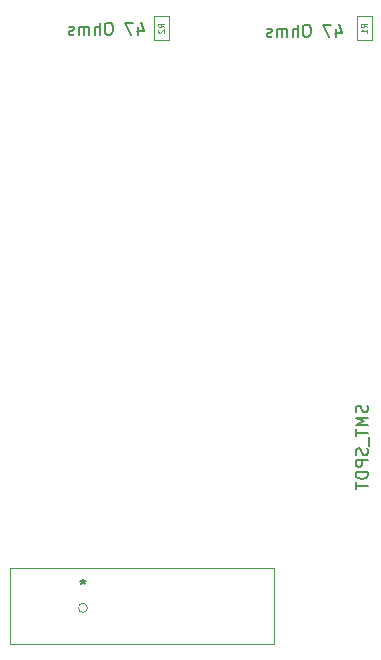
<source format=gbr>
%TF.GenerationSoftware,KiCad,Pcbnew,(5.1.9-0-10_14)*%
%TF.CreationDate,2021-10-18T11:04:09-07:00*%
%TF.ProjectId,ghost_pcb_2a,67686f73-745f-4706-9362-5f32612e6b69,rev?*%
%TF.SameCoordinates,Original*%
%TF.FileFunction,Other,Fab,Bot*%
%FSLAX46Y46*%
G04 Gerber Fmt 4.6, Leading zero omitted, Abs format (unit mm)*
G04 Created by KiCad (PCBNEW (5.1.9-0-10_14)) date 2021-10-18 11:04:09*
%MOMM*%
%LPD*%
G01*
G04 APERTURE LIST*
%ADD10C,0.100000*%
%ADD11C,0.150000*%
%ADD12C,0.080000*%
G04 APERTURE END LIST*
D10*
%TO.C,R2*%
X136865200Y-77636500D02*
X136865200Y-79636500D01*
X138115200Y-77636500D02*
X136865200Y-77636500D01*
X138115200Y-79636500D02*
X138115200Y-77636500D01*
X136865200Y-79636500D02*
X138115200Y-79636500D01*
%TO.C,R1*%
X154061000Y-77661900D02*
X154061000Y-79661900D01*
X155311000Y-77661900D02*
X154061000Y-77661900D01*
X155311000Y-79661900D02*
X155311000Y-77661900D01*
X154061000Y-79661900D02*
X155311000Y-79661900D01*
%TO.C,BAT1*%
X124659400Y-124366147D02*
X147062200Y-124366147D01*
X147062200Y-124366147D02*
X147062200Y-130766947D01*
X147062200Y-130766947D02*
X124659400Y-130766947D01*
X124659400Y-130766947D02*
X124659400Y-124366147D01*
X131241800Y-127736600D02*
G75*
G03*
X131241800Y-127736600I-381000J0D01*
G01*
%TD*%
%TO.C,SW1*%
D11*
X154920961Y-110620609D02*
X154968580Y-110763466D01*
X154968580Y-111001561D01*
X154920961Y-111096800D01*
X154873342Y-111144419D01*
X154778104Y-111192038D01*
X154682866Y-111192038D01*
X154587628Y-111144419D01*
X154540009Y-111096800D01*
X154492390Y-111001561D01*
X154444771Y-110811085D01*
X154397152Y-110715847D01*
X154349533Y-110668228D01*
X154254295Y-110620609D01*
X154159057Y-110620609D01*
X154063819Y-110668228D01*
X154016200Y-110715847D01*
X153968580Y-110811085D01*
X153968580Y-111049180D01*
X154016200Y-111192038D01*
X154968580Y-111620609D02*
X153968580Y-111620609D01*
X154682866Y-111953942D01*
X153968580Y-112287276D01*
X154968580Y-112287276D01*
X153968580Y-112620609D02*
X153968580Y-113192038D01*
X154968580Y-112906323D02*
X153968580Y-112906323D01*
X155063819Y-113287276D02*
X155063819Y-114049180D01*
X154920961Y-114239657D02*
X154968580Y-114382514D01*
X154968580Y-114620609D01*
X154920961Y-114715847D01*
X154873342Y-114763466D01*
X154778104Y-114811085D01*
X154682866Y-114811085D01*
X154587628Y-114763466D01*
X154540009Y-114715847D01*
X154492390Y-114620609D01*
X154444771Y-114430133D01*
X154397152Y-114334895D01*
X154349533Y-114287276D01*
X154254295Y-114239657D01*
X154159057Y-114239657D01*
X154063819Y-114287276D01*
X154016200Y-114334895D01*
X153968580Y-114430133D01*
X153968580Y-114668228D01*
X154016200Y-114811085D01*
X154968580Y-115239657D02*
X153968580Y-115239657D01*
X153968580Y-115620609D01*
X154016200Y-115715847D01*
X154063819Y-115763466D01*
X154159057Y-115811085D01*
X154301914Y-115811085D01*
X154397152Y-115763466D01*
X154444771Y-115715847D01*
X154492390Y-115620609D01*
X154492390Y-115239657D01*
X154968580Y-116239657D02*
X153968580Y-116239657D01*
X153968580Y-116477752D01*
X154016200Y-116620609D01*
X154111438Y-116715847D01*
X154206676Y-116763466D01*
X154397152Y-116811085D01*
X154540009Y-116811085D01*
X154730485Y-116763466D01*
X154825723Y-116715847D01*
X154920961Y-116620609D01*
X154968580Y-116477752D01*
X154968580Y-116239657D01*
X153968580Y-117096800D02*
X153968580Y-117668228D01*
X154968580Y-117382514D02*
X153968580Y-117382514D01*
%TO.C,R2*%
X135556285Y-78525714D02*
X135556285Y-79192380D01*
X135794380Y-78144761D02*
X136032476Y-78859047D01*
X135413428Y-78859047D01*
X135127714Y-78192380D02*
X134461047Y-78192380D01*
X134889619Y-79192380D01*
X133127714Y-78192380D02*
X132937238Y-78192380D01*
X132841999Y-78240000D01*
X132746761Y-78335238D01*
X132699142Y-78525714D01*
X132699142Y-78859047D01*
X132746761Y-79049523D01*
X132841999Y-79144761D01*
X132937238Y-79192380D01*
X133127714Y-79192380D01*
X133222952Y-79144761D01*
X133318190Y-79049523D01*
X133365809Y-78859047D01*
X133365809Y-78525714D01*
X133318190Y-78335238D01*
X133222952Y-78240000D01*
X133127714Y-78192380D01*
X132270571Y-79192380D02*
X132270571Y-78192380D01*
X131841999Y-79192380D02*
X131841999Y-78668571D01*
X131889619Y-78573333D01*
X131984857Y-78525714D01*
X132127714Y-78525714D01*
X132222952Y-78573333D01*
X132270571Y-78620952D01*
X131365809Y-79192380D02*
X131365809Y-78525714D01*
X131365809Y-78620952D02*
X131318190Y-78573333D01*
X131222952Y-78525714D01*
X131080095Y-78525714D01*
X130984857Y-78573333D01*
X130937238Y-78668571D01*
X130937238Y-79192380D01*
X130937238Y-78668571D02*
X130889619Y-78573333D01*
X130794380Y-78525714D01*
X130651523Y-78525714D01*
X130556285Y-78573333D01*
X130508666Y-78668571D01*
X130508666Y-79192380D01*
X130080095Y-79144761D02*
X129984857Y-79192380D01*
X129794380Y-79192380D01*
X129699142Y-79144761D01*
X129651523Y-79049523D01*
X129651523Y-79001904D01*
X129699142Y-78906666D01*
X129794380Y-78859047D01*
X129937238Y-78859047D01*
X130032476Y-78811428D01*
X130080095Y-78716190D01*
X130080095Y-78668571D01*
X130032476Y-78573333D01*
X129937238Y-78525714D01*
X129794380Y-78525714D01*
X129699142Y-78573333D01*
D12*
X137716390Y-78553166D02*
X137478295Y-78386500D01*
X137716390Y-78267452D02*
X137216390Y-78267452D01*
X137216390Y-78457928D01*
X137240200Y-78505547D01*
X137264009Y-78529357D01*
X137311628Y-78553166D01*
X137383057Y-78553166D01*
X137430676Y-78529357D01*
X137454485Y-78505547D01*
X137478295Y-78457928D01*
X137478295Y-78267452D01*
X137264009Y-78743642D02*
X137240200Y-78767452D01*
X137216390Y-78815071D01*
X137216390Y-78934119D01*
X137240200Y-78981738D01*
X137264009Y-79005547D01*
X137311628Y-79029357D01*
X137359247Y-79029357D01*
X137430676Y-79005547D01*
X137716390Y-78719833D01*
X137716390Y-79029357D01*
%TO.C,R1*%
D11*
X152320285Y-78701614D02*
X152320285Y-79368280D01*
X152558380Y-78320661D02*
X152796476Y-79034947D01*
X152177428Y-79034947D01*
X151891714Y-78368280D02*
X151225047Y-78368280D01*
X151653619Y-79368280D01*
X149891714Y-78368280D02*
X149701238Y-78368280D01*
X149606000Y-78415900D01*
X149510761Y-78511138D01*
X149463142Y-78701614D01*
X149463142Y-79034947D01*
X149510761Y-79225423D01*
X149606000Y-79320661D01*
X149701238Y-79368280D01*
X149891714Y-79368280D01*
X149986952Y-79320661D01*
X150082190Y-79225423D01*
X150129809Y-79034947D01*
X150129809Y-78701614D01*
X150082190Y-78511138D01*
X149986952Y-78415900D01*
X149891714Y-78368280D01*
X149034571Y-79368280D02*
X149034571Y-78368280D01*
X148606000Y-79368280D02*
X148606000Y-78844471D01*
X148653619Y-78749233D01*
X148748857Y-78701614D01*
X148891714Y-78701614D01*
X148986952Y-78749233D01*
X149034571Y-78796852D01*
X148129809Y-79368280D02*
X148129809Y-78701614D01*
X148129809Y-78796852D02*
X148082190Y-78749233D01*
X147986952Y-78701614D01*
X147844095Y-78701614D01*
X147748857Y-78749233D01*
X147701238Y-78844471D01*
X147701238Y-79368280D01*
X147701238Y-78844471D02*
X147653619Y-78749233D01*
X147558380Y-78701614D01*
X147415523Y-78701614D01*
X147320285Y-78749233D01*
X147272666Y-78844471D01*
X147272666Y-79368280D01*
X146844095Y-79320661D02*
X146748857Y-79368280D01*
X146558380Y-79368280D01*
X146463142Y-79320661D01*
X146415523Y-79225423D01*
X146415523Y-79177804D01*
X146463142Y-79082566D01*
X146558380Y-79034947D01*
X146701238Y-79034947D01*
X146796476Y-78987328D01*
X146844095Y-78892090D01*
X146844095Y-78844471D01*
X146796476Y-78749233D01*
X146701238Y-78701614D01*
X146558380Y-78701614D01*
X146463142Y-78749233D01*
D12*
X154912190Y-78578566D02*
X154674095Y-78411900D01*
X154912190Y-78292852D02*
X154412190Y-78292852D01*
X154412190Y-78483328D01*
X154436000Y-78530947D01*
X154459809Y-78554757D01*
X154507428Y-78578566D01*
X154578857Y-78578566D01*
X154626476Y-78554757D01*
X154650285Y-78530947D01*
X154674095Y-78483328D01*
X154674095Y-78292852D01*
X154912190Y-79054757D02*
X154912190Y-78769042D01*
X154912190Y-78911900D02*
X154412190Y-78911900D01*
X154483619Y-78864280D01*
X154531238Y-78816661D01*
X154555047Y-78769042D01*
%TO.C,BAT1*%
D11*
X130860800Y-125283980D02*
X130860800Y-125522076D01*
X131098895Y-125426838D02*
X130860800Y-125522076D01*
X130622704Y-125426838D01*
X131003657Y-125712552D02*
X130860800Y-125522076D01*
X130717942Y-125712552D01*
%TD*%
M02*

</source>
